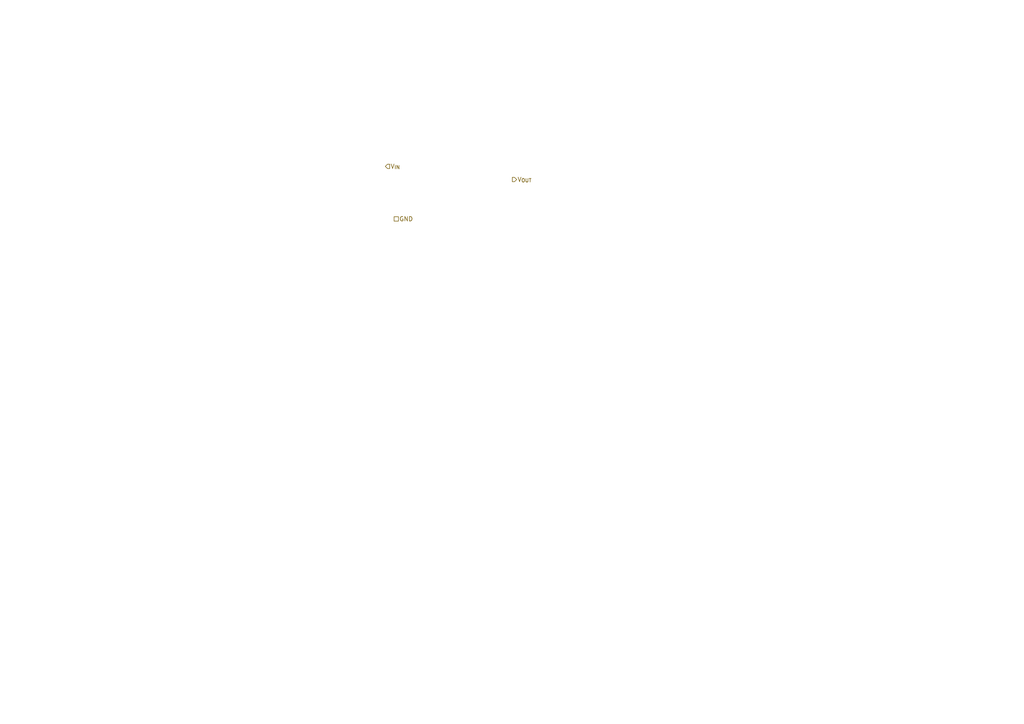
<source format=kicad_sch>
(kicad_sch (version 20211123) (generator eeschema)
  (paper "A4")
  (lib_symbols)
  (hierarchical_label "GND" (shape passive) (at 114.3 63.5 0))
  (hierarchical_label "V_{IN}" (shape input) (at 111.76 48.26 0))
  (hierarchical_label "V_{OUT}" (shape output) (at 148.59 52.07 0))
)
</source>
